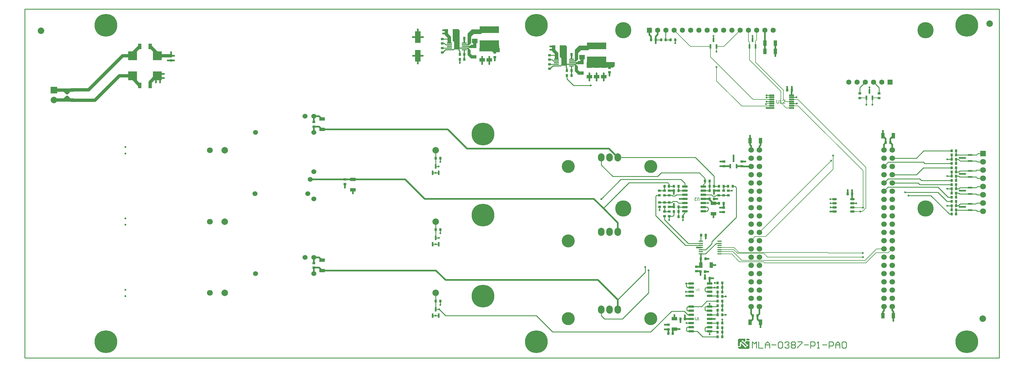
<source format=gtl>
G04 Layer_Physical_Order=1*
G04 Layer_Color=128*
%FSLAX43Y43*%
%MOMM*%
G71*
G01*
G75*
%ADD10R,2.700X2.700*%
%ADD11O,1.400X0.350*%
%ADD12R,6.000X2.000*%
%ADD13R,0.600X1.350*%
%ADD14O,1.450X0.650*%
%ADD15R,1.800X1.340*%
%ADD16R,0.800X0.900*%
G04:AMPARAMS|DCode=17|XSize=0.45mm|YSize=1.6mm|CornerRadius=0.05mm|HoleSize=0mm|Usage=FLASHONLY|Rotation=90.000|XOffset=0mm|YOffset=0mm|HoleType=Round|Shape=RoundedRectangle|*
%AMROUNDEDRECTD17*
21,1,0.450,1.501,0,0,90.0*
21,1,0.351,1.600,0,0,90.0*
1,1,0.099,0.750,0.175*
1,1,0.099,0.750,-0.175*
1,1,0.099,-0.750,-0.175*
1,1,0.099,-0.750,0.175*
%
%ADD17ROUNDEDRECTD17*%
%ADD18R,1.800X3.550*%
%ADD19C,2.000*%
G04:AMPARAMS|DCode=20|XSize=0.65mm|YSize=1.65mm|CornerRadius=0.049mm|HoleSize=0mm|Usage=FLASHONLY|Rotation=270.000|XOffset=0mm|YOffset=0mm|HoleType=Round|Shape=RoundedRectangle|*
%AMROUNDEDRECTD20*
21,1,0.650,1.552,0,0,270.0*
21,1,0.552,1.650,0,0,270.0*
1,1,0.098,-0.776,-0.276*
1,1,0.098,-0.776,0.276*
1,1,0.098,0.776,0.276*
1,1,0.098,0.776,-0.276*
%
%ADD20ROUNDEDRECTD20*%
%ADD21R,1.700X1.000*%
%ADD22R,1.000X1.700*%
G04:AMPARAMS|DCode=23|XSize=0.3mm|YSize=1.55mm|CornerRadius=0.05mm|HoleSize=0mm|Usage=FLASHONLY|Rotation=90.000|XOffset=0mm|YOffset=0mm|HoleType=Round|Shape=RoundedRectangle|*
%AMROUNDEDRECTD23*
21,1,0.300,1.451,0,0,90.0*
21,1,0.201,1.550,0,0,90.0*
1,1,0.099,0.726,0.101*
1,1,0.099,0.726,-0.101*
1,1,0.099,-0.726,-0.101*
1,1,0.099,-0.726,0.101*
%
%ADD23ROUNDEDRECTD23*%
G04:AMPARAMS|DCode=24|XSize=1.73mm|YSize=1.9mm|CornerRadius=0.052mm|HoleSize=0mm|Usage=FLASHONLY|Rotation=0.000|XOffset=0mm|YOffset=0mm|HoleType=Round|Shape=RoundedRectangle|*
%AMROUNDEDRECTD24*
21,1,1.730,1.796,0,0,0.0*
21,1,1.626,1.900,0,0,0.0*
1,1,0.104,0.813,-0.898*
1,1,0.104,-0.813,-0.898*
1,1,0.104,-0.813,0.898*
1,1,0.104,0.813,0.898*
%
%ADD24ROUNDEDRECTD24*%
%ADD25R,0.900X0.800*%
%ADD26R,1.350X0.600*%
%ADD27C,0.250*%
%ADD28C,0.200*%
%ADD29C,0.150*%
%ADD30C,0.500*%
%ADD31C,1.000*%
%ADD32C,0.300*%
%ADD33C,0.400*%
%ADD34C,0.254*%
%ADD35C,0.178*%
%ADD36C,0.100*%
%ADD37O,2.000X2.500*%
%ADD38C,7.000*%
%ADD39C,1.524*%
%ADD40C,1.800*%
%ADD41C,1.600*%
%ADD42R,1.600X1.600*%
%ADD43C,1.700*%
%ADD44C,4.000*%
%ADD45R,2.000X2.000*%
%ADD46R,1.800X1.800*%
%ADD47C,5.000*%
%ADD48C,0.600*%
G36*
X170250Y89850D02*
X170250Y88750D01*
X170725Y88275D01*
X170725Y87300D01*
X170350Y87300D01*
X169300Y88350D01*
Y90175D01*
X169150Y90325D01*
X166800D01*
Y90675D01*
X169425D01*
X170250Y89850D01*
D02*
G37*
G36*
X221842Y5932D02*
X221843Y5928D01*
X221843Y5928D01*
X221843Y5310D01*
X221842Y5306D01*
X221841Y5306D01*
X221841Y5306D01*
X221435Y4947D01*
X221432Y4946D01*
X221428Y4947D01*
X221428Y4948D01*
X221428Y4948D01*
X221212Y5140D01*
X221212Y5140D01*
X221211Y5140D01*
X221210Y5144D01*
X221210D01*
X221210Y5225D01*
X221179Y5302D01*
X221125Y5367D01*
X221058Y5414D01*
X220975Y5437D01*
X220882Y5437D01*
X220799Y5408D01*
X220729Y5359D01*
X220670Y5279D01*
X220644Y5187D01*
X220675Y5091D01*
X220737Y5011D01*
X220804Y4965D01*
X220889Y4944D01*
X220976Y4944D01*
X220976Y4944D01*
X220979Y4942D01*
X222112Y3940D01*
X222113Y3940D01*
X222113Y3940D01*
X222115Y3936D01*
X222114D01*
X222114Y3847D01*
X222145Y3775D01*
X222200Y3713D01*
X222267Y3666D01*
X222350Y3641D01*
X222443Y3643D01*
X222526Y3667D01*
X222595Y3713D01*
X222657Y3793D01*
X222678Y3889D01*
X222673Y3953D01*
X222640Y4007D01*
X222588Y4061D01*
X222518Y4110D01*
X222435Y4128D01*
X222349Y4128D01*
X222345Y4130D01*
X222345Y4130D01*
X221662Y4742D01*
X221662Y4742D01*
X221660Y4746D01*
X221662Y4750D01*
X221662Y4750D01*
X221663Y4750D01*
X221663Y4750D01*
X222066Y5109D01*
X222066Y5109D01*
X222069Y5110D01*
X222069Y5110D01*
X223118Y5110D01*
X223122Y5109D01*
X223124Y5105D01*
X223124D01*
X223124Y3221D01*
X223124Y3220D01*
X223124Y3220D01*
X223124Y3220D01*
X223111Y3097D01*
X223111Y3096D01*
X223111Y3097D01*
X223111Y3096D01*
X223110Y3095D01*
X223110Y3095D01*
X223055Y2984D01*
X223054Y2982D01*
X223054Y2983D01*
X222978Y2895D01*
X222977Y2895D01*
X222977Y2895D01*
X222977Y2895D01*
X222874Y2818D01*
X222873Y2818D01*
X222873Y2818D01*
X222757Y2770D01*
X222755Y2770D01*
X222755Y2770D01*
X222755Y2770D01*
X222624Y2757D01*
X222623Y2756D01*
X222623Y2756D01*
X222623Y2757D01*
X220016Y2756D01*
X220015Y2757D01*
X220015Y2757D01*
X219994Y2762D01*
X219994Y2762D01*
X219992Y2763D01*
X219992Y2763D01*
X219992Y2763D01*
X219531Y3161D01*
X219530Y3162D01*
X219528Y3166D01*
X219529Y3166D01*
X219528Y3366D01*
X219528D01*
X219530Y3370D01*
X219534Y3372D01*
X219534Y3372D01*
X220057Y3372D01*
X220085Y3384D01*
X220087Y3385D01*
X220087Y3385D01*
X220087Y3385D01*
X220117Y3390D01*
X220187Y3452D01*
X220187Y3452D01*
X220187Y3452D01*
X220187Y3452D01*
X220187Y3452D01*
X220187Y3452D01*
X220187Y3452D01*
X220232Y3486D01*
X220276Y3534D01*
X220276Y3534D01*
X220276Y3534D01*
X220276Y3534D01*
X220332Y3584D01*
X220332Y3584D01*
X220332Y3584D01*
X220380Y3616D01*
X220426Y3657D01*
X220454Y3711D01*
X220472Y3765D01*
X220472Y4034D01*
X220472Y4034D01*
X220472Y4034D01*
X220472Y4034D01*
X220472Y4034D01*
X220472Y4034D01*
X220472Y4034D01*
X220472Y4034D01*
X220472Y4034D01*
X220472Y4034D01*
X220472Y4034D01*
X220472Y4034D01*
X220480Y4142D01*
X220480Y4416D01*
X220480D01*
X220481Y4420D01*
X220486Y4422D01*
X220489Y4420D01*
X220489Y4420D01*
X220489Y4420D01*
X221577Y3460D01*
X221578Y3460D01*
X221578Y3460D01*
X221580Y3456D01*
X221579D01*
X221579Y3380D01*
X221600Y3300D01*
X221654Y3233D01*
X221729Y3186D01*
X221814Y3163D01*
X221897Y3171D01*
X221980Y3189D01*
X222061Y3238D01*
X222104Y3292D01*
X222127Y3346D01*
X222135Y3411D01*
X222112Y3506D01*
X222053Y3589D01*
X221975Y3633D01*
X221897Y3656D01*
X221806Y3656D01*
X221802Y3657D01*
X221802Y3658D01*
X220427Y4874D01*
X220360Y4920D01*
X220299Y4933D01*
X220245Y4920D01*
X220207Y4895D01*
X220169Y4849D01*
X220154Y4772D01*
X220154Y3817D01*
X220152Y3813D01*
X220152Y3813D01*
X220152Y3813D01*
X219960Y3649D01*
X219956Y3648D01*
X219956Y3648D01*
X219534Y3648D01*
Y3648D01*
X219530Y3650D01*
X219528Y3654D01*
X219529Y3654D01*
X219528Y5477D01*
X219529Y5477D01*
X219529Y5477D01*
X219545Y5591D01*
X219545Y5592D01*
X219545Y5592D01*
X219601Y5706D01*
X219601Y5707D01*
X219601Y5707D01*
X219677Y5802D01*
X219678Y5803D01*
X219679Y5803D01*
X219679Y5803D01*
X219782Y5872D01*
X219783Y5872D01*
X219783Y5872D01*
X219898Y5920D01*
X219900Y5920D01*
X219900Y5920D01*
X219900Y5920D01*
X220032Y5933D01*
X220032Y5933D01*
X220032Y5934D01*
X220032Y5933D01*
X221838Y5934D01*
X221842Y5932D01*
D02*
G37*
G36*
X170550Y90500D02*
X169825Y90500D01*
X169500Y90825D01*
X168500Y90825D01*
Y91175D01*
X170025D01*
X170350Y91500D01*
X170550D01*
Y90500D01*
D02*
G37*
G36*
X181600Y90000D02*
X181100Y89500D01*
X178900Y89500D01*
X173000Y89500D01*
Y91200D01*
X181600D01*
X181600Y90000D01*
D02*
G37*
G36*
X222756Y5912D02*
X222872Y5865D01*
X222974Y5796D01*
X223051Y5701D01*
X223106Y5588D01*
X223114Y5517D01*
X223032Y5390D01*
X222608D01*
X222461Y5398D01*
X222171D01*
Y5925D01*
X222624Y5925D01*
X222756Y5912D01*
D02*
G37*
G36*
X220187Y3452D02*
X220187Y3452D01*
X220187Y3452D01*
X220187Y3452D01*
D01*
X220187Y3452D01*
X220187Y3452D01*
D02*
G37*
G36*
X220187Y3452D02*
X220187Y3452D01*
X220187Y3452D01*
X220187Y3452D01*
D02*
G37*
G36*
X220978Y4943D02*
X220976Y4944D01*
Y4944D01*
X220978Y4943D01*
D02*
G37*
G36*
X220980Y4943D02*
X220979Y4942D01*
X220979Y4943D01*
X220978Y4943D01*
X220980Y4943D01*
D02*
G37*
G36*
X140750Y100150D02*
X140400Y99800D01*
X138200D01*
X137375Y98975D01*
Y96975D01*
X136725Y96325D01*
X135325D01*
Y96675D01*
X136175D01*
X136300Y96800D01*
Y99900D01*
X137600Y101200D01*
X140750D01*
X140750Y100150D01*
D02*
G37*
G36*
X137550Y95500D02*
X136825Y95500D01*
X136500Y95825D01*
X135500Y95825D01*
Y96175D01*
X137025D01*
X137350Y96500D01*
X137550D01*
Y95500D01*
D02*
G37*
G36*
X131200Y97000D02*
X130100D01*
Y98700D01*
X131200D01*
Y97000D01*
D02*
G37*
G36*
X133850Y101000D02*
Y96750D01*
X132150D01*
Y97350D01*
X131700Y97800D01*
Y101350D01*
X133500D01*
X133850Y101000D01*
D02*
G37*
G36*
X146000Y95600D02*
X146200Y95400D01*
Y94200D01*
X144100D01*
X143800Y94500D01*
X140000D01*
Y96200D01*
X146000D01*
Y95600D01*
D02*
G37*
G36*
X166850Y96000D02*
Y91750D01*
X165150D01*
Y92350D01*
X164700Y92800D01*
Y96350D01*
X166500D01*
X166850Y96000D01*
D02*
G37*
G36*
X173750Y95150D02*
X173400Y94800D01*
X171200D01*
X170375Y93975D01*
Y91975D01*
X169725Y91325D01*
X168325D01*
Y91675D01*
X169175D01*
X169300Y91800D01*
Y94900D01*
X170600Y96200D01*
X173750D01*
X173750Y95150D01*
D02*
G37*
G36*
X137250Y94850D02*
X137250Y93750D01*
X137725Y93275D01*
X137725Y92300D01*
X137350Y92300D01*
X136300Y93350D01*
Y95175D01*
X136150Y95325D01*
X133800D01*
Y95675D01*
X136425D01*
X137250Y94850D01*
D02*
G37*
G36*
X164200Y92000D02*
X163100D01*
Y93700D01*
X164200D01*
Y92000D01*
D02*
G37*
D10*
X33190Y86890D02*
D03*
X40810D02*
D03*
Y93110D02*
D03*
X33190D02*
D03*
D11*
X208125Y35950D02*
D03*
Y35300D02*
D03*
Y34650D02*
D03*
Y34000D02*
D03*
Y33350D02*
D03*
Y32700D02*
D03*
Y32050D02*
D03*
X213875Y35950D02*
D03*
Y35300D02*
D03*
Y34650D02*
D03*
Y34000D02*
D03*
Y33350D02*
D03*
Y32700D02*
D03*
Y32050D02*
D03*
D12*
X143000Y96850D02*
D03*
Y101150D02*
D03*
X176000Y91850D02*
D03*
Y96150D02*
D03*
D13*
X125550Y57025D02*
D03*
X127450D02*
D03*
X126500Y58975D02*
D03*
X259050Y80125D02*
D03*
X260950D02*
D03*
X260000Y82075D02*
D03*
X211050Y96025D02*
D03*
X212950D02*
D03*
X212000Y97975D02*
D03*
X223050Y96025D02*
D03*
X224950D02*
D03*
X224000Y97975D02*
D03*
X217180Y59095D02*
D03*
X219080D02*
D03*
X218130Y61045D02*
D03*
X125550Y13025D02*
D03*
X127450D02*
D03*
X126500Y14975D02*
D03*
X125550Y35025D02*
D03*
X127450D02*
D03*
X126500Y36975D02*
D03*
D14*
X254725Y45095D02*
D03*
Y46365D02*
D03*
Y47635D02*
D03*
Y48905D02*
D03*
X249275Y45095D02*
D03*
Y46365D02*
D03*
Y47635D02*
D03*
Y48905D02*
D03*
D15*
X138500Y100530D02*
D03*
Y97670D02*
D03*
X171500Y95530D02*
D03*
Y92670D02*
D03*
D16*
X209400Y54500D02*
D03*
X210800D02*
D03*
X215100Y47600D02*
D03*
X213700D02*
D03*
X210800Y24500D02*
D03*
X209400D02*
D03*
X285300Y44300D02*
D03*
X286700D02*
D03*
X285300Y48200D02*
D03*
X286700D02*
D03*
X285300Y49500D02*
D03*
X286700D02*
D03*
X285300Y53400D02*
D03*
X286700D02*
D03*
X285300Y54700D02*
D03*
X286700D02*
D03*
X285300Y58600D02*
D03*
X286700D02*
D03*
X285300Y59900D02*
D03*
X286700D02*
D03*
X285300Y63800D02*
D03*
X286700D02*
D03*
Y62500D02*
D03*
X285300D02*
D03*
X286700Y61200D02*
D03*
X285300D02*
D03*
X286700Y57300D02*
D03*
X285300D02*
D03*
X286700Y56000D02*
D03*
X285300D02*
D03*
X214700Y16100D02*
D03*
X213300D02*
D03*
Y13300D02*
D03*
X214700D02*
D03*
X214700Y21700D02*
D03*
X213300D02*
D03*
Y18900D02*
D03*
X214700D02*
D03*
X214700Y7900D02*
D03*
X213300D02*
D03*
Y10700D02*
D03*
X214700D02*
D03*
X203200Y12000D02*
D03*
X201800D02*
D03*
X208200Y37800D02*
D03*
X209600D02*
D03*
X196900Y52900D02*
D03*
X198300D02*
D03*
X215100D02*
D03*
X213700D02*
D03*
X208000Y26600D02*
D03*
X209400D02*
D03*
X208100Y30500D02*
D03*
X209500D02*
D03*
X210800Y49000D02*
D03*
X212200D02*
D03*
X225530Y12970D02*
D03*
X224130D02*
D03*
X265030Y66370D02*
D03*
X266430D02*
D03*
X254700Y50500D02*
D03*
X253300D02*
D03*
X168300Y93500D02*
D03*
X169700D02*
D03*
X163700Y93800D02*
D03*
X165100D02*
D03*
X135300Y98500D02*
D03*
X136700D02*
D03*
X132100Y98700D02*
D03*
X130700D02*
D03*
X192800Y98000D02*
D03*
X194200D02*
D03*
X236100Y82500D02*
D03*
X234700D02*
D03*
X198100Y7500D02*
D03*
X199500D02*
D03*
X214700Y17500D02*
D03*
X213300D02*
D03*
Y14700D02*
D03*
X214700D02*
D03*
X214700Y23100D02*
D03*
X213300D02*
D03*
Y20300D02*
D03*
X214700D02*
D03*
X214700Y6500D02*
D03*
X213300D02*
D03*
X213300Y9300D02*
D03*
X214700D02*
D03*
X199800Y45100D02*
D03*
X201200D02*
D03*
Y46500D02*
D03*
X199800D02*
D03*
X126500Y17500D02*
D03*
X127900D02*
D03*
X199800Y52900D02*
D03*
X201200D02*
D03*
Y51500D02*
D03*
X199800D02*
D03*
X126500Y39500D02*
D03*
X127900D02*
D03*
X216500Y52900D02*
D03*
X217900D02*
D03*
X212200D02*
D03*
X210800D02*
D03*
Y51500D02*
D03*
X212200D02*
D03*
X126500Y61500D02*
D03*
X127900D02*
D03*
X166900Y87000D02*
D03*
X168300D02*
D03*
Y88500D02*
D03*
X166900D02*
D03*
X133900Y92000D02*
D03*
X135300D02*
D03*
Y93500D02*
D03*
X133900D02*
D03*
X285300Y45600D02*
D03*
X286700D02*
D03*
X285300Y46900D02*
D03*
X286700D02*
D03*
X285300Y50800D02*
D03*
X286700D02*
D03*
X285300Y52100D02*
D03*
X286700D02*
D03*
X195900Y98000D02*
D03*
X197300D02*
D03*
X200200D02*
D03*
X198800D02*
D03*
X202600Y43500D02*
D03*
X201200D02*
D03*
D17*
X236050Y77050D02*
D03*
Y77700D02*
D03*
Y78350D02*
D03*
Y79000D02*
D03*
Y79650D02*
D03*
Y80300D02*
D03*
Y80950D02*
D03*
X229950Y77050D02*
D03*
Y77700D02*
D03*
Y78350D02*
D03*
Y79000D02*
D03*
Y79650D02*
D03*
Y80300D02*
D03*
Y80950D02*
D03*
D18*
X121000Y93125D02*
D03*
Y98875D02*
D03*
D19*
X294900Y12100D02*
D03*
X5000Y100800D02*
D03*
X297000Y103000D02*
D03*
X126500Y64000D02*
D03*
X61500D02*
D03*
X9000Y79500D02*
D03*
X126500Y20000D02*
D03*
X61500D02*
D03*
X126500Y42000D02*
D03*
X61500D02*
D03*
D20*
X203175Y52810D02*
D03*
Y51540D02*
D03*
Y50270D02*
D03*
Y49000D02*
D03*
Y47730D02*
D03*
Y46460D02*
D03*
Y45190D02*
D03*
X208825Y52810D02*
D03*
Y51540D02*
D03*
Y50270D02*
D03*
Y49000D02*
D03*
Y47730D02*
D03*
Y46460D02*
D03*
Y45190D02*
D03*
X210825Y19095D02*
D03*
Y20365D02*
D03*
Y21635D02*
D03*
Y22905D02*
D03*
X205175Y19095D02*
D03*
Y20365D02*
D03*
Y21635D02*
D03*
Y22905D02*
D03*
X210825Y8190D02*
D03*
Y9460D02*
D03*
Y10730D02*
D03*
Y12000D02*
D03*
Y13270D02*
D03*
Y14540D02*
D03*
Y15810D02*
D03*
X205175Y8190D02*
D03*
Y9460D02*
D03*
Y10730D02*
D03*
Y12000D02*
D03*
Y13270D02*
D03*
Y14540D02*
D03*
Y15810D02*
D03*
D21*
X143000Y91800D02*
D03*
Y95000D02*
D03*
X200000Y12100D02*
D03*
Y8900D02*
D03*
X91500Y30100D02*
D03*
Y26900D02*
D03*
X101000Y51800D02*
D03*
Y55000D02*
D03*
X91500Y73600D02*
D03*
Y70400D02*
D03*
X212000Y44400D02*
D03*
Y47600D02*
D03*
X15000Y79400D02*
D03*
Y82600D02*
D03*
X173800Y86700D02*
D03*
Y89900D02*
D03*
X176000Y86700D02*
D03*
Y89900D02*
D03*
X178200Y86700D02*
D03*
Y89900D02*
D03*
X140800Y91800D02*
D03*
Y95000D02*
D03*
X171200Y87800D02*
D03*
Y91000D02*
D03*
X138200Y92800D02*
D03*
Y96000D02*
D03*
D22*
X227800Y97000D02*
D03*
X231000D02*
D03*
X211300Y28600D02*
D03*
X208100D02*
D03*
X223230Y10970D02*
D03*
X226430D02*
D03*
X267330Y68470D02*
D03*
X264130D02*
D03*
Y12970D02*
D03*
X267330D02*
D03*
X226430Y66970D02*
D03*
X223230D02*
D03*
X166000Y95500D02*
D03*
X162800D02*
D03*
X133000Y100500D02*
D03*
X129800D02*
D03*
X35400Y96000D02*
D03*
X38600D02*
D03*
X35400Y84000D02*
D03*
X38600D02*
D03*
X227800Y94500D02*
D03*
X231000D02*
D03*
D23*
X135325Y95000D02*
D03*
Y95500D02*
D03*
Y96000D02*
D03*
Y96500D02*
D03*
X130675Y95000D02*
D03*
Y95500D02*
D03*
Y96000D02*
D03*
Y96500D02*
D03*
Y97000D02*
D03*
X135325D02*
D03*
X168325Y90000D02*
D03*
Y90500D02*
D03*
Y91000D02*
D03*
Y91500D02*
D03*
X163675Y90000D02*
D03*
Y90500D02*
D03*
Y91000D02*
D03*
Y91500D02*
D03*
Y92000D02*
D03*
X168325D02*
D03*
D24*
X133000Y96000D02*
D03*
X166000Y91000D02*
D03*
D25*
X198100Y8800D02*
D03*
Y10200D02*
D03*
X198400Y45100D02*
D03*
Y43700D02*
D03*
Y47900D02*
D03*
Y46500D02*
D03*
X89000Y27800D02*
D03*
Y29200D02*
D03*
X198400Y50100D02*
D03*
Y51500D02*
D03*
X98500Y55000D02*
D03*
Y53600D02*
D03*
X213600Y50100D02*
D03*
Y51500D02*
D03*
X89000Y71300D02*
D03*
Y72700D02*
D03*
X215100Y46300D02*
D03*
Y44900D02*
D03*
X215230Y59070D02*
D03*
Y60470D02*
D03*
X220730Y59070D02*
D03*
Y60470D02*
D03*
X13000Y81700D02*
D03*
Y80300D02*
D03*
X45000Y93100D02*
D03*
Y91700D02*
D03*
X180000Y89400D02*
D03*
Y88000D02*
D03*
X161500Y90500D02*
D03*
Y89100D02*
D03*
X144700Y92700D02*
D03*
Y94100D02*
D03*
X128500Y94100D02*
D03*
Y95500D02*
D03*
X206700Y26700D02*
D03*
Y28100D02*
D03*
X196900Y45100D02*
D03*
Y43700D02*
D03*
Y47900D02*
D03*
Y46500D02*
D03*
X195300Y51500D02*
D03*
Y50100D02*
D03*
X196900D02*
D03*
Y51500D02*
D03*
X215100Y50100D02*
D03*
Y51500D02*
D03*
X161500Y91900D02*
D03*
Y93300D02*
D03*
X128500Y96900D02*
D03*
Y98300D02*
D03*
X263000Y80100D02*
D03*
Y81500D02*
D03*
X257000Y80100D02*
D03*
Y81500D02*
D03*
X195400Y46500D02*
D03*
Y47900D02*
D03*
X216600Y51500D02*
D03*
Y50100D02*
D03*
D26*
X290975Y45550D02*
D03*
Y47450D02*
D03*
X289025Y46500D02*
D03*
X290975Y50550D02*
D03*
Y52450D02*
D03*
X289025Y51500D02*
D03*
X290975Y55750D02*
D03*
Y57650D02*
D03*
X289025Y56700D02*
D03*
X290975Y60650D02*
D03*
Y62550D02*
D03*
X289025Y61600D02*
D03*
D27*
X168900Y84000D02*
X174200D01*
X166900Y86000D02*
X168900Y84000D01*
X166900Y86000D02*
Y87000D01*
X199100Y14400D02*
X203000D01*
X192700Y8000D02*
X199100Y14400D01*
X162500Y8000D02*
X192700D01*
X157500Y13000D02*
X162500Y8000D01*
X129550Y13000D02*
X157500D01*
X217900Y52900D02*
X218600D01*
X219000Y52500D01*
Y43300D02*
Y52500D01*
X211500Y35800D02*
X219000Y43300D01*
X177450Y13050D02*
Y14900D01*
Y13050D02*
X178500Y12000D01*
X184000D01*
X192000Y20000D01*
Y27000D01*
X182550Y17900D02*
X191000Y26350D01*
Y28000D01*
X194200Y43800D02*
Y49800D01*
Y43800D02*
X203350Y34650D01*
X208125D01*
X204200Y35300D02*
X208125D01*
X196900Y42600D02*
X204200Y35300D01*
X196900Y42600D02*
Y43700D01*
X202000Y55000D02*
X203175Y53825D01*
X183500Y55000D02*
X202000D01*
X177450Y48950D02*
X183500Y55000D01*
X178100Y46100D02*
X186000Y54000D01*
X197900D01*
X198300Y53600D01*
X181000Y55900D02*
X194800D01*
X177450Y59450D02*
X181000Y55900D01*
X194800D02*
X195900Y57000D01*
X207700D01*
X206400Y61800D02*
X212200Y56000D01*
X182550Y61800D02*
X206400D01*
X177450Y59450D02*
Y61800D01*
X272000Y50000D02*
X278900D01*
X284600Y44300D01*
X285300D01*
X271000Y51000D02*
X281100D01*
X283900Y48200D01*
X285300D01*
X284200Y49500D02*
X285300D01*
X281100Y52600D02*
X284200Y49500D01*
X265660Y52600D02*
X281100D01*
X260000Y82075D02*
Y83400D01*
X257000Y81500D02*
Y83270D01*
X258730Y85000D01*
X263000Y81500D02*
Y83270D01*
X261270Y85000D02*
X263000Y83270D01*
X212000Y97975D02*
Y99200D01*
X224000Y97975D02*
Y99200D01*
X200200Y97000D02*
Y98000D01*
X197300D02*
X198800D01*
X197300Y100970D02*
X197330Y101000D01*
X197300Y98000D02*
Y100970D01*
X194200Y98000D02*
X195900D01*
X236050Y78350D02*
X237650D01*
X236050Y80300D02*
X237600D01*
X228350Y80950D02*
X229950D01*
X228300Y79000D02*
X229950D01*
X254725Y47635D02*
X255965D01*
X248035Y46365D02*
X249275D01*
X161500Y90500D02*
X163675D01*
X161500Y93300D02*
X163500D01*
X161500Y91900D02*
X162300D01*
X162700Y91500D01*
X163675D01*
X208125Y37725D02*
X208200Y37800D01*
X208125Y35950D02*
Y37725D01*
X216600Y51500D02*
X217700D01*
X203535Y20365D02*
X205175D01*
X198400Y42500D02*
Y43700D01*
X202600Y42400D02*
Y43500D01*
X194200Y49800D02*
X194500Y50100D01*
X195400Y45500D02*
Y46500D01*
X127575Y14975D02*
X129550Y13000D01*
X203000Y14400D02*
X204130Y13270D01*
X205175D01*
X203730Y10730D02*
X205175D01*
X203600Y22100D02*
Y22900D01*
Y22100D02*
X204065Y21635D01*
X205175D01*
X203605Y22905D02*
X205175D01*
X203600Y22900D02*
X203605Y22905D01*
X212400Y23100D02*
X213300D01*
X214700Y21700D02*
Y23100D01*
Y20300D02*
Y21700D01*
X214700Y10700D02*
Y11800D01*
X213110Y8190D02*
X213200Y8100D01*
X210825Y8190D02*
X213110D01*
X213270Y10730D02*
X213300Y10700D01*
X210825Y10730D02*
X213270D01*
X210825Y13270D02*
X213270D01*
X213010Y15810D02*
X213300Y16100D01*
X210825Y15810D02*
X213010D01*
X210000Y17500D02*
X213300D01*
X213105Y19095D02*
X213300Y18900D01*
X210825Y19095D02*
X213105D01*
X213135Y21635D02*
X213200Y21700D01*
X212300Y21635D02*
X213135D01*
X209635D02*
X210825D01*
X212300D01*
X209400Y21400D02*
X209635Y21635D01*
X209400Y20700D02*
Y21400D01*
Y20700D02*
X209735Y20365D01*
X210825D01*
X213300Y18900D02*
Y20300D01*
X214700Y18900D02*
X215800D01*
X210825Y15810D02*
Y16675D01*
X208700Y6500D02*
X212800D01*
X207010Y8190D02*
X208700Y6500D01*
X205175Y8190D02*
X207010D01*
X203860Y9460D02*
X205175D01*
X203700Y9300D02*
X203860Y9460D01*
X203700Y8400D02*
Y9300D01*
Y8400D02*
X203910Y8190D01*
X205175D01*
X214700Y6500D02*
X214700Y6500D01*
Y7900D01*
X210825Y8190D02*
X210825D01*
Y8190D01*
Y7225D02*
Y8190D01*
X214700Y7900D02*
Y9300D01*
X209610Y8190D02*
X210825D01*
X209400Y8400D02*
X209610Y8190D01*
X209400Y8400D02*
Y9200D01*
X209660Y9460D01*
X210825D01*
X213300Y9300D02*
Y10700D01*
X210825Y10730D02*
X210855Y10700D01*
X214700Y13300D02*
X215800D01*
X214700Y16100D02*
Y17500D01*
Y14700D02*
Y16100D01*
X213300Y13300D02*
Y14700D01*
X213270Y13270D02*
X213300Y13300D01*
X209660Y14540D02*
X210825D01*
X209400Y14800D02*
X209660Y14540D01*
X209400Y14800D02*
Y15600D01*
X209610Y15810D01*
X210825D01*
X208310D02*
X210000Y17500D01*
X205175Y15810D02*
X208310D01*
X204110D02*
X205175D01*
X203800Y15500D02*
X204110Y15810D01*
X203800Y14800D02*
Y15500D01*
Y14800D02*
X204060Y14540D01*
X205175D01*
X208125Y32050D02*
X209550D01*
X211500Y35200D02*
Y35800D01*
X209650Y33350D02*
X211500Y35200D01*
X208125Y33350D02*
X209650D01*
X212800Y35300D02*
X213875D01*
X209550Y32050D02*
X212800Y35300D01*
X212200Y52900D02*
Y56000D01*
X209400Y54500D02*
Y55300D01*
X207700Y57000D02*
X209400Y55300D01*
X198300Y52900D02*
Y53600D01*
X203175Y52810D02*
Y53825D01*
X198400Y50100D02*
X199200D01*
X199400Y49900D01*
X200200D01*
X200570Y50270D01*
X203175D01*
X198400Y47900D02*
X199200D01*
X199500Y48200D01*
X200700D01*
X201170Y47730D01*
X203175D01*
X210400Y45600D02*
Y46100D01*
X209990Y45190D02*
X210400Y45600D01*
X208825Y45190D02*
X209990D01*
X210040Y46460D02*
X210400Y46100D01*
X208825Y46460D02*
X210040D01*
X208825Y47730D02*
X210270D01*
X212900Y50100D02*
X213600D01*
X212600Y49800D02*
X212900Y50100D01*
X211800Y49800D02*
X212600D01*
X211330Y50270D02*
X211800Y49800D01*
X208825Y50270D02*
X211330D01*
X215100Y50100D02*
X216600D01*
X213600D02*
X215100D01*
X215100Y52900D02*
X216500D01*
X215100Y52900D02*
X215100Y52900D01*
X215100Y51500D02*
Y52900D01*
X212200Y52900D02*
X213700D01*
X209400Y53900D02*
Y54500D01*
X208825Y53325D02*
X209400Y53900D01*
X208825Y52810D02*
Y53325D01*
X210800Y52900D02*
Y54500D01*
Y51500D02*
Y52900D01*
X210760Y51540D02*
X210800Y51500D01*
X208825Y51540D02*
X210760D01*
X194500Y50100D02*
X195300D01*
X199800Y44000D02*
Y45100D01*
X199500Y43700D02*
X199800Y44000D01*
X198400Y43700D02*
X199500D01*
X202600Y43500D02*
Y44100D01*
X203175Y44675D01*
Y45190D01*
X201200Y45100D02*
Y46500D01*
Y43500D02*
Y45100D01*
X201200Y43500D02*
X201200Y43500D01*
Y46500D02*
X201240Y46460D01*
X203175D01*
X196900Y45100D02*
X198400D01*
X196900D02*
Y46500D01*
Y47900D02*
X198400D01*
X195400D02*
X196900D01*
X198300Y52900D02*
X199800D01*
X196900Y51500D02*
Y52900D01*
X195300Y51500D02*
X196900D01*
Y50100D02*
X198400D01*
X201200Y51500D02*
Y52900D01*
Y51500D02*
X201240Y51540D01*
X203175D01*
X126500Y58975D02*
Y64000D01*
Y58975D02*
X127425D01*
X126500Y14975D02*
Y20000D01*
Y14975D02*
X127575D01*
X126500Y36975D02*
Y42000D01*
Y36975D02*
X127475D01*
X126475Y13025D02*
X127450D01*
X125550D02*
X126475D01*
X127900Y16300D02*
Y17500D01*
Y38400D02*
Y39500D01*
X126475Y35025D02*
X127450D01*
X125550D02*
X126475D01*
X126475Y57025D02*
X127450D01*
X125550D02*
X126475D01*
X127900Y60400D02*
Y61500D01*
X128500Y98300D02*
X130200D01*
X128500Y95500D02*
X128500Y95500D01*
X130675D01*
X128500Y96900D02*
X129200D01*
X129600Y96500D01*
X130675D01*
X213110Y15810D02*
X213200Y15900D01*
X264460Y51400D02*
X265660Y52600D01*
X267000Y53940D02*
X274960D01*
X275500Y53400D01*
X285300D01*
X264460Y53940D02*
X265720Y55200D01*
X275500D01*
X276000Y54700D01*
X285300D01*
X267000Y56480D02*
X274480D01*
X276600Y58600D01*
X285300D01*
X264460Y59020D02*
X265740Y60300D01*
X276600D01*
X277000Y59900D01*
X285300D01*
X267000Y61560D02*
X274460D01*
X276700Y63800D01*
X285300D01*
X284000Y61200D02*
X285300D01*
Y62500D01*
X284000Y56000D02*
X285300D01*
Y57300D01*
X284000Y52100D02*
X285300D01*
Y50800D02*
Y52100D01*
X284000Y46900D02*
X285300D01*
Y45600D02*
Y46900D01*
X286700Y62500D02*
Y63800D01*
Y62500D02*
X286750Y62550D01*
X290975D01*
X286700Y59900D02*
Y61200D01*
X287387D01*
X287937Y60650D01*
X290975D01*
X286700Y57300D02*
Y58600D01*
Y57300D02*
X287500D01*
X287850Y57650D01*
X290975D01*
X286700Y54700D02*
Y56000D01*
X287500D01*
X287750Y55750D01*
X290975D01*
X286700Y52100D02*
Y53400D01*
Y52100D02*
X287500D01*
X287850Y52450D01*
X290975D01*
X286700Y49500D02*
Y50800D01*
X287500D01*
X287750Y50550D01*
X290975D01*
X286700Y46900D02*
Y48200D01*
Y46900D02*
X287387D01*
X287937Y47450D01*
X290975D01*
X286700Y44300D02*
Y45600D01*
X286750Y45550D01*
X290975D01*
X292850D01*
X293180Y45220D01*
X295000D01*
X290975Y47450D02*
X292750D01*
X293060Y47760D01*
X295000D01*
X290975Y50550D02*
X292850D01*
X293100Y50300D01*
X295000D01*
X290975Y52450D02*
X292850D01*
X293240Y52840D01*
X295000D01*
X290975Y55750D02*
X292850D01*
X293220Y55380D01*
X295000D01*
X290975Y57650D02*
X292750D01*
X293020Y57920D01*
X295000D01*
X290975Y60650D02*
X292950D01*
X293140Y60460D01*
X295000D01*
X290975Y62550D02*
X292950D01*
X293400Y63000D01*
X295000D01*
D28*
X212950Y94350D02*
Y96025D01*
Y85350D02*
Y89650D01*
X211050Y92750D02*
X224150Y79650D01*
X229950D01*
X212950Y85350D02*
X220700Y77600D01*
X228500D01*
X228600Y77700D01*
X229950D01*
X224950Y91050D02*
Y97650D01*
Y91050D02*
X233500Y82500D01*
X223050Y91850D02*
Y97250D01*
Y91850D02*
X232700Y82200D01*
X233500Y79700D02*
Y82500D01*
X232700Y78700D02*
Y82200D01*
X211050Y92750D02*
Y96025D01*
X232700Y78700D02*
X234350Y77050D01*
X224950Y97650D02*
X225270Y97970D01*
Y101000D01*
X222730Y97570D02*
X223050Y97250D01*
X222730Y97570D02*
Y101000D01*
X212950Y96025D02*
X215215D01*
X220190Y101000D01*
X204845Y96025D02*
X211050D01*
X199870Y101000D02*
X204845Y96025D01*
X234200Y79000D02*
X236050D01*
X233500Y79700D02*
X234200Y79000D01*
X234350Y77050D02*
X236050D01*
D29*
X228350Y78350D02*
X229950D01*
X228200Y78200D02*
X228350Y78350D01*
X228400Y80300D02*
X229950D01*
X228300Y80200D02*
X228400Y80300D01*
X262975Y80125D02*
X263000Y80100D01*
X260950Y80125D02*
X262975D01*
X257000Y80100D02*
X257025Y80125D01*
X259050D01*
X224800Y37400D02*
X228100D01*
X223560Y36160D02*
X224800Y37400D01*
X228100D02*
X248800Y58100D01*
X226100Y38700D02*
X248200Y60800D01*
X248800Y58100D02*
Y62400D01*
X259100Y78000D02*
Y80075D01*
X259050Y80125D02*
X259100Y80075D01*
X260900Y78000D02*
Y80075D01*
X260950Y80125D01*
X257100Y80100D02*
X257125Y80125D01*
X262875D02*
X262900Y80100D01*
X229869Y80381D02*
X229950Y80300D01*
X227500Y32200D02*
X228620Y31080D01*
X258020D01*
X262220Y33620D02*
X264460D01*
X258605Y30005D02*
X262220Y33620D01*
X220695Y30005D02*
X258605D01*
X218000Y32700D02*
X220695Y30005D01*
X213875Y32700D02*
X218000D01*
X219400Y32200D02*
X227500D01*
X218250Y33350D02*
X219400Y32200D01*
X213875Y33350D02*
X218250D01*
X258900Y46200D02*
Y58700D01*
X237950Y79650D02*
X258900Y58700D01*
X236050Y79650D02*
X237950D01*
X258020Y46320D02*
Y57680D01*
X238000Y77700D02*
X258020Y57680D01*
X236050Y77700D02*
X238000D01*
X248035Y47635D02*
X249275D01*
X247995Y48905D02*
X249275D01*
X257195Y45095D02*
X257795D01*
X258900Y46200D01*
X254725Y45095D02*
X257195D01*
X254725Y46365D02*
X254770Y46320D01*
X258020D01*
X247300Y32300D02*
X258000D01*
X247100Y32500D02*
X247300Y32300D01*
X219800Y32500D02*
X247100D01*
X262000Y32400D02*
X265780D01*
X258900Y29300D02*
X262000Y32400D01*
X227700Y29300D02*
X258900D01*
X265780Y32400D02*
X267000Y33620D01*
X227385Y29615D02*
X227700Y29300D01*
X219985Y29615D02*
X227385D01*
X217550Y32050D02*
X219985Y29615D01*
X213875Y32050D02*
X217550D01*
X218300Y34000D02*
X219800Y32500D01*
X213875Y34000D02*
X218300D01*
X207575Y48525D02*
Y49192D01*
X207442Y49325D01*
X207175D01*
X207042Y49192D01*
Y48525D01*
X206242Y49325D02*
X206775D01*
X206242Y48792D01*
Y48659D01*
X206375Y48525D01*
X206642D01*
X206775Y48659D01*
X206425Y12475D02*
Y11808D01*
X206558Y11675D01*
X206825D01*
X206958Y11808D01*
Y12475D01*
X207225Y11675D02*
X207491D01*
X207358D01*
Y12475D01*
X207225Y12341D01*
D30*
X182550Y14900D02*
Y17900D01*
X178100Y46100D02*
X182550Y41650D01*
X175200Y49000D02*
X178100Y46100D01*
X182550Y38800D02*
Y41650D01*
X179850Y64500D02*
X182550Y61800D01*
X136100Y64500D02*
X179850D01*
X130200Y70400D02*
X136100Y64500D01*
X194200Y97000D02*
Y98000D01*
X231000Y93000D02*
Y94500D01*
Y97000D01*
X227810Y94510D02*
Y101000D01*
X227800Y94500D02*
X227810Y94510D01*
X192800Y98000D02*
Y99000D01*
X192250Y99550D02*
X192800Y99000D01*
X192250Y99550D02*
Y101000D01*
X194200Y98000D02*
Y99000D01*
X194790Y99590D01*
Y101000D01*
X267330Y11430D02*
Y12970D01*
X226430Y9430D02*
Y10970D01*
X264130Y68470D02*
Y69970D01*
X228350Y77050D02*
X229950D01*
X234700Y82500D02*
Y83500D01*
X236100Y82500D02*
Y83500D01*
X236050Y82450D02*
X236100Y82500D01*
X236050Y80950D02*
Y82450D01*
X223230Y66970D02*
Y68430D01*
X248005Y45095D02*
X249275D01*
X253300Y50500D02*
Y51700D01*
X254700Y50500D02*
Y51700D01*
Y48930D02*
X254725Y48905D01*
X254700Y48930D02*
Y50500D01*
X266430Y66370D02*
Y67570D01*
X267330Y68470D01*
X265030Y66370D02*
Y67570D01*
X264130Y68470D02*
X265030Y67570D01*
X264460Y65800D02*
X265030Y66370D01*
X264460Y64100D02*
Y65800D01*
X266430Y66370D02*
X267000Y65800D01*
Y64100D02*
Y65800D01*
X267330Y12970D02*
Y14270D01*
X267000Y14600D02*
X267330Y14270D01*
X267000Y14600D02*
Y15840D01*
X264130Y12970D02*
Y14230D01*
X264460Y14560D01*
Y15840D01*
X225530Y11870D02*
Y12970D01*
Y11870D02*
X226430Y10970D01*
X224130Y11870D02*
Y12970D01*
X223230Y10970D02*
X224130Y11870D01*
X223560Y13540D02*
X224130Y12970D01*
X223560Y13540D02*
Y15840D01*
X225530Y12970D02*
X226100Y13540D01*
Y15840D01*
X226430Y65530D02*
Y66970D01*
X226100Y65200D02*
X226430Y65530D01*
X226100Y64100D02*
Y65200D01*
X223230Y65670D02*
Y66970D01*
Y65670D02*
X223560Y65340D01*
Y64100D02*
Y65340D01*
X220730Y60470D02*
X221830D01*
X218130Y61045D02*
Y62370D01*
X214130Y60470D02*
X215230D01*
X214130Y59070D02*
X215230D01*
X215255Y59095D01*
X217180D01*
X219080D02*
X219105Y59070D01*
X220730D01*
X220780Y59020D01*
X223560D01*
X161800Y96000D02*
X162300D01*
X162800Y95500D01*
X161800Y95000D02*
X162300D01*
X162800Y95500D01*
X128800Y101000D02*
X129300D01*
X129800Y100500D01*
X128800Y100000D02*
X129300D01*
X129800Y100500D01*
X121000Y98875D02*
Y101200D01*
Y98875D02*
X122575D01*
X119425D02*
X121000D01*
Y90700D02*
Y93125D01*
X122475D01*
X119525D02*
X121000D01*
X144700Y91700D02*
Y92700D01*
X140800Y90600D02*
Y92800D01*
X143000Y90600D02*
Y92800D01*
X180000Y87000D02*
Y88000D01*
X178200Y85500D02*
Y87700D01*
X173800Y85500D02*
Y87700D01*
X176000Y85500D02*
Y87700D01*
X209600Y36800D02*
Y37800D01*
X176450Y24000D02*
X182550Y17900D01*
X203605Y19095D02*
X205175D01*
X203200Y12000D02*
Y13100D01*
X200000Y8900D02*
X201600D01*
X199500Y8400D02*
X200000Y8900D01*
X199500Y7500D02*
Y8400D01*
X198100Y7500D02*
Y8800D01*
X197000D02*
X198100D01*
X197000Y10200D02*
X198100D01*
X200000Y12100D02*
Y13200D01*
X201800Y11000D02*
Y12000D01*
X210825D02*
X212400D01*
X203200D02*
X205175D01*
X206900Y34000D02*
X208125D01*
X209400Y24500D02*
Y25500D01*
X210800Y24500D02*
X211900D01*
X210825Y22905D02*
Y24475D01*
X210800Y24500D02*
X210825Y24475D01*
X209400Y26600D02*
X210400D01*
X211300Y28600D02*
X212600D01*
X209500Y30500D02*
X210500D01*
X208000Y25500D02*
Y26600D01*
X207900Y26700D02*
X208000Y26600D01*
X206700Y26700D02*
X207900D01*
X207600Y28100D02*
X208100Y28600D01*
X206700Y28100D02*
X207600D01*
X208100Y28600D02*
X208100Y28600D01*
X208100Y28600D02*
Y30500D01*
X198400Y46500D02*
X199800D01*
Y47500D01*
X201600Y49000D02*
X203175D01*
X210800Y48700D02*
Y49000D01*
Y48700D02*
X211900Y47600D01*
X212000D01*
Y43300D02*
Y44400D01*
X214000Y44900D02*
X215100D01*
X214000Y46300D02*
X215100D01*
X215100Y46300D01*
Y47600D01*
X212000D02*
X213700D01*
X208825Y49000D02*
X210800D01*
X212200D02*
X213200D01*
X212200Y51500D02*
X212200Y51500D01*
X213600D01*
X212200Y50500D02*
Y51500D01*
X198400Y51500D02*
X198400Y51500D01*
X199800D01*
Y50500D02*
Y51500D01*
X101000Y50700D02*
Y51800D01*
X98500Y52500D02*
Y53600D01*
X89000Y31000D02*
X90600D01*
X91500Y30100D01*
X89000Y29200D02*
Y31000D01*
X129500Y24000D02*
X176450D01*
X126600Y26900D02*
X129500Y24000D01*
X91500Y26900D02*
X126600D01*
X89000Y27800D02*
X90600D01*
X91500Y26900D01*
X89000Y26000D02*
Y27800D01*
X87880Y54970D02*
X100970D01*
X123100Y49000D02*
X175200D01*
X117100Y55000D02*
X123100Y49000D01*
X101000Y55000D02*
X117100D01*
X100970Y54970D02*
X101000Y55000D01*
X91500Y70400D02*
X130200D01*
X89000Y74500D02*
X90600D01*
X91500Y73600D01*
X89000Y71300D02*
X90600D01*
X91500Y70400D01*
X89000Y69500D02*
Y71300D01*
Y72700D02*
Y74500D01*
X45000Y93100D02*
X46000D01*
X44990Y93110D02*
Y94190D01*
X44000Y91700D02*
X46000D01*
X40820Y86880D02*
X41430Y87490D01*
X42810D01*
X41610Y86090D02*
X41810Y86290D01*
X42810D01*
X40410Y86470D02*
X40610Y86670D01*
X40410Y84890D02*
Y86470D01*
X40820Y86880D02*
X41610Y86090D01*
Y84890D02*
Y86090D01*
X135325Y97100D02*
Y98475D01*
X168325Y92100D02*
Y93475D01*
X287800Y61600D02*
X289025D01*
X287800Y56700D02*
X289025D01*
X287800Y51500D02*
X289025D01*
X287800Y46500D02*
X289025D01*
D31*
X138500Y96300D02*
Y97670D01*
X138200Y96000D02*
X138500Y96300D01*
X171500Y91300D02*
Y92670D01*
X171200Y91000D02*
X171500Y91300D01*
X44990Y93110D02*
X45000Y93100D01*
X40810Y93110D02*
X44990D01*
X40490Y86890D02*
X40810D01*
X38600Y85000D02*
X40490Y86890D01*
X38600Y84000D02*
Y85000D01*
X40810Y93110D02*
Y93790D01*
X38600Y96000D02*
X40810Y93790D01*
X33190Y93110D02*
Y93790D01*
X35400Y96000D01*
X33190Y86210D02*
Y86890D01*
Y86210D02*
X35400Y84000D01*
X30110Y93110D02*
X33190D01*
X19600Y82600D02*
X30110Y93110D01*
X15000Y82600D02*
X19600D01*
X29090Y86890D02*
X33190D01*
X21600Y79400D02*
X29090Y86890D01*
X15000Y79400D02*
X21600D01*
X12200Y79500D02*
X13800D01*
X14900D01*
X13000Y80300D02*
X13800Y79500D01*
X9000D02*
X12200D01*
X13000Y80300D01*
X13700Y82500D02*
X14900D01*
X12200D02*
X13700D01*
Y82400D02*
Y82500D01*
X13000Y81700D02*
X13700Y82400D01*
X9000Y82500D02*
X12200D01*
X13000Y81700D01*
X14900Y79500D02*
X15000Y79400D01*
X14900Y82500D02*
X15000Y82600D01*
X129800Y99700D02*
X130700Y98800D01*
X162800Y94700D02*
X163700Y93800D01*
D32*
X168325Y87025D02*
Y90000D01*
X168300Y87000D02*
X168325Y87025D01*
X165000Y90000D02*
X166000Y91000D01*
X166700Y90300D01*
Y89500D02*
Y90300D01*
Y89500D02*
X166900Y89300D01*
Y88500D02*
Y89300D01*
X163675Y90000D02*
X165000D01*
X162600D02*
X163675D01*
X161700Y89100D02*
X162600Y90000D01*
X161500Y89100D02*
X161700D01*
X133900Y90900D02*
Y92000D01*
X132000Y95000D02*
X133000Y96000D01*
X133700Y95300D01*
Y94700D02*
Y95300D01*
Y94700D02*
X133900Y94500D01*
Y93500D02*
Y94500D01*
X135300Y92000D02*
Y93500D01*
X135325Y93525D01*
Y95000D01*
X128500Y94100D02*
X128700D01*
X129600Y95000D01*
X130675D01*
X132000D01*
D33*
X208100Y30500D02*
X208125Y30525D01*
Y32050D01*
D34*
X223900Y3000D02*
Y4999D01*
X224566Y4333D01*
X225233Y4999D01*
Y3000D01*
X225899Y4999D02*
Y3000D01*
X227232D01*
X227899D02*
Y4333D01*
X228565Y4999D01*
X229232Y4333D01*
Y3000D01*
Y4000D01*
X227899D01*
X229898D02*
X231231D01*
X231897Y4666D02*
X232231Y4999D01*
X232897D01*
X233230Y4666D01*
Y3333D01*
X232897Y3000D01*
X232231D01*
X231897Y3333D01*
Y4666D01*
X233897D02*
X234230Y4999D01*
X234896D01*
X235230Y4666D01*
Y4333D01*
X234896Y4000D01*
X234563D01*
X234896D01*
X235230Y3666D01*
Y3333D01*
X234896Y3000D01*
X234230D01*
X233897Y3333D01*
X235896Y4666D02*
X236229Y4999D01*
X236896D01*
X237229Y4666D01*
Y4333D01*
X236896Y4000D01*
X237229Y3666D01*
Y3333D01*
X236896Y3000D01*
X236229D01*
X235896Y3333D01*
Y3666D01*
X236229Y4000D01*
X235896Y4333D01*
Y4666D01*
X236229Y4000D02*
X236896D01*
X237895Y4999D02*
X239228D01*
Y4666D01*
X237895Y3333D01*
Y3000D01*
X239895Y4000D02*
X241228D01*
X241894Y3000D02*
Y4999D01*
X242894D01*
X243227Y4666D01*
Y4000D01*
X242894Y3666D01*
X241894D01*
X243894Y3000D02*
X244560D01*
X244227D01*
Y4999D01*
X243894Y4666D01*
X245560Y4000D02*
X246893D01*
X247559Y3000D02*
Y4999D01*
X248559D01*
X248892Y4666D01*
Y4000D01*
X248559Y3666D01*
X247559D01*
X249558Y3000D02*
Y4333D01*
X250225Y4999D01*
X250891Y4333D01*
Y3000D01*
Y4000D01*
X249558D01*
X251558Y4666D02*
X251891Y4999D01*
X252557D01*
X252891Y4666D01*
Y3333D01*
X252557Y3000D01*
X251891D01*
X251558Y3333D01*
Y4666D01*
X0Y0D02*
Y107500D01*
X300000D01*
Y0D02*
Y107500D01*
X0Y0D02*
X300000D01*
D35*
X231476Y79508D02*
Y78661D01*
X231645Y78492D01*
X231984D01*
X232153Y78661D01*
Y79508D01*
X232492Y78492D02*
X232830D01*
X232661D01*
Y79508D01*
X232492Y79338D01*
X234015Y78492D02*
X233338D01*
X234015Y79169D01*
Y79338D01*
X233846Y79508D01*
X233507D01*
X233338Y79338D01*
D36*
X206603Y21346D02*
Y20846D01*
X206703Y20746D01*
X206903D01*
X207003Y20846D01*
Y21346D01*
X207203Y21246D02*
X207303Y21346D01*
X207503D01*
X207603Y21246D01*
Y21146D01*
X207503Y21046D01*
X207403D01*
X207503D01*
X207603Y20946D01*
Y20846D01*
X207503Y20746D01*
X207303D01*
X207203Y20846D01*
D37*
X182550Y61800D02*
D03*
X180000D02*
D03*
X177450D02*
D03*
X182550Y14900D02*
D03*
X180000D02*
D03*
X177450D02*
D03*
X182550Y38800D02*
D03*
X180000D02*
D03*
X177450D02*
D03*
D38*
X141000Y44000D02*
D03*
Y69000D02*
D03*
X157500Y5000D02*
D03*
X141000Y19000D02*
D03*
X290000Y5000D02*
D03*
Y102500D02*
D03*
X25000Y5000D02*
D03*
Y102500D02*
D03*
X157500D02*
D03*
D39*
X86250Y74500D02*
D03*
X89000Y69500D02*
D03*
Y74500D02*
D03*
X71000Y69500D02*
D03*
X70890Y50570D02*
D03*
X89000Y57380D02*
D03*
X87120Y50570D02*
D03*
X87880Y54970D02*
D03*
X89000Y49000D02*
D03*
X71000Y26000D02*
D03*
X89000Y31000D02*
D03*
Y26000D02*
D03*
X86250Y31000D02*
D03*
D40*
X57000Y64000D02*
D03*
X295000Y60460D02*
D03*
Y57920D02*
D03*
Y55380D02*
D03*
Y52840D02*
D03*
Y50300D02*
D03*
Y47760D02*
D03*
Y45220D02*
D03*
X57000Y20000D02*
D03*
Y42000D02*
D03*
D41*
X256190Y85000D02*
D03*
X261270D02*
D03*
X263810D02*
D03*
X258730D02*
D03*
X253650D02*
D03*
X230350Y101000D02*
D03*
X225270D02*
D03*
X220190D02*
D03*
X217650D02*
D03*
X212570D02*
D03*
X207490D02*
D03*
X202410D02*
D03*
X197330D02*
D03*
X194790D02*
D03*
X199870D02*
D03*
X204950D02*
D03*
X210030D02*
D03*
X215110D02*
D03*
X222730D02*
D03*
X227810D02*
D03*
D42*
X266350Y85000D02*
D03*
X192250Y101000D02*
D03*
D43*
X264460Y64100D02*
D03*
Y61560D02*
D03*
Y59020D02*
D03*
Y56480D02*
D03*
Y53940D02*
D03*
Y51400D02*
D03*
Y48860D02*
D03*
Y46320D02*
D03*
Y43780D02*
D03*
Y41240D02*
D03*
Y38700D02*
D03*
Y36160D02*
D03*
Y33620D02*
D03*
Y31080D02*
D03*
Y28540D02*
D03*
Y26000D02*
D03*
Y23460D02*
D03*
Y20920D02*
D03*
Y18380D02*
D03*
Y15840D02*
D03*
X267000Y64100D02*
D03*
Y61560D02*
D03*
Y59020D02*
D03*
Y56480D02*
D03*
Y53940D02*
D03*
Y51400D02*
D03*
Y48860D02*
D03*
Y46320D02*
D03*
Y43780D02*
D03*
Y41240D02*
D03*
Y38700D02*
D03*
Y36160D02*
D03*
Y33620D02*
D03*
Y31080D02*
D03*
Y28540D02*
D03*
Y26000D02*
D03*
Y23460D02*
D03*
Y20920D02*
D03*
Y18380D02*
D03*
Y15840D02*
D03*
X226100D02*
D03*
Y18380D02*
D03*
Y20920D02*
D03*
Y23460D02*
D03*
Y26000D02*
D03*
Y28540D02*
D03*
Y31080D02*
D03*
Y33620D02*
D03*
Y36160D02*
D03*
Y38700D02*
D03*
Y41240D02*
D03*
Y43780D02*
D03*
Y46320D02*
D03*
Y48860D02*
D03*
Y51400D02*
D03*
Y53940D02*
D03*
Y56480D02*
D03*
Y59020D02*
D03*
Y61560D02*
D03*
Y64100D02*
D03*
X223560Y15840D02*
D03*
Y18380D02*
D03*
Y20920D02*
D03*
Y23460D02*
D03*
Y26000D02*
D03*
Y28540D02*
D03*
Y31080D02*
D03*
Y33620D02*
D03*
Y36160D02*
D03*
Y38700D02*
D03*
Y41240D02*
D03*
Y43780D02*
D03*
Y46320D02*
D03*
Y48860D02*
D03*
Y51400D02*
D03*
Y53940D02*
D03*
Y56480D02*
D03*
Y59020D02*
D03*
Y61560D02*
D03*
Y64100D02*
D03*
D44*
X192700Y12100D02*
D03*
X167300D02*
D03*
X192700Y59000D02*
D03*
X167300D02*
D03*
X192700Y36000D02*
D03*
X167300D02*
D03*
D45*
X9000Y82500D02*
D03*
D46*
X295000Y63000D02*
D03*
D47*
X277270Y46000D02*
D03*
X184250Y101000D02*
D03*
X277250D02*
D03*
X184250Y46000D02*
D03*
D48*
X132500Y96500D02*
D03*
X133500D02*
D03*
X132500Y95500D02*
D03*
X133500D02*
D03*
X165500Y91500D02*
D03*
X166500D02*
D03*
X165500Y90500D02*
D03*
X166500D02*
D03*
X174200Y84000D02*
D03*
X212950Y94350D02*
D03*
Y89650D02*
D03*
X228200Y78200D02*
D03*
X228300Y80200D02*
D03*
X192000Y27000D02*
D03*
X191000Y28000D02*
D03*
X177450Y48950D02*
D03*
X272000Y50000D02*
D03*
X260000Y83400D02*
D03*
X212000Y99200D02*
D03*
X224000D02*
D03*
X194200Y97000D02*
D03*
X231000Y93000D02*
D03*
X200200Y97000D02*
D03*
X267330Y11430D02*
D03*
X226430Y9430D02*
D03*
X264130Y69970D02*
D03*
X237650Y78350D02*
D03*
X237600Y80300D02*
D03*
X228350Y80950D02*
D03*
X228300Y79000D02*
D03*
X228350Y77050D02*
D03*
X234700Y83500D02*
D03*
X236100Y83500D02*
D03*
X223230Y68430D02*
D03*
X255965Y47635D02*
D03*
X248035Y46365D02*
D03*
X248005Y45095D02*
D03*
X253300Y51700D02*
D03*
X254700D02*
D03*
X221830Y60470D02*
D03*
X218130Y62370D02*
D03*
X214130Y60470D02*
D03*
X214130Y59070D02*
D03*
X31000Y19000D02*
D03*
Y21000D02*
D03*
Y41000D02*
D03*
Y43000D02*
D03*
Y63000D02*
D03*
Y65000D02*
D03*
X161800Y96000D02*
D03*
Y95000D02*
D03*
X128800Y101000D02*
D03*
Y100000D02*
D03*
X121000Y101200D02*
D03*
X122575Y98875D02*
D03*
X119425D02*
D03*
X121000Y90700D02*
D03*
X122475Y93125D02*
D03*
X119525D02*
D03*
X144700Y91700D02*
D03*
X140800Y90600D02*
D03*
Y92800D02*
D03*
X143000Y90600D02*
D03*
Y92800D02*
D03*
X180000Y87000D02*
D03*
X178200Y85500D02*
D03*
Y87700D02*
D03*
X173800Y85500D02*
D03*
Y87700D02*
D03*
X176000Y85500D02*
D03*
Y87700D02*
D03*
X209600Y36800D02*
D03*
X217700Y51500D02*
D03*
X203605Y19095D02*
D03*
X203535Y20365D02*
D03*
X198400Y42500D02*
D03*
X202600Y42400D02*
D03*
X195400Y45500D02*
D03*
X203730Y10730D02*
D03*
X203200Y13100D02*
D03*
X201600Y8900D02*
D03*
X197000Y8800D02*
D03*
X197000Y10200D02*
D03*
X200000Y13200D02*
D03*
X201800Y11000D02*
D03*
X203600Y22900D02*
D03*
X212400Y23100D02*
D03*
X214700Y11800D02*
D03*
X212300Y21635D02*
D03*
X215800Y18900D02*
D03*
X210825Y16675D02*
D03*
Y7225D02*
D03*
X215800Y13300D02*
D03*
X212400Y12000D02*
D03*
X206900Y34000D02*
D03*
X209400Y25500D02*
D03*
X211900Y24500D02*
D03*
X210400Y26600D02*
D03*
X212600Y28600D02*
D03*
X210500Y30500D02*
D03*
X208000Y25500D02*
D03*
X199800Y47500D02*
D03*
X201600Y49000D02*
D03*
X210270Y47730D02*
D03*
X212000Y43300D02*
D03*
X214000Y44900D02*
D03*
X214000Y46300D02*
D03*
X213200Y49000D02*
D03*
X212200Y50500D02*
D03*
X199800Y50500D02*
D03*
X127425Y58975D02*
D03*
X127575Y14975D02*
D03*
X127475Y36975D02*
D03*
X101000Y50700D02*
D03*
X98500Y52500D02*
D03*
X126475Y13025D02*
D03*
X127900Y16300D02*
D03*
Y38400D02*
D03*
X126475Y35025D02*
D03*
X126475Y57025D02*
D03*
X127900Y60400D02*
D03*
X46000Y93100D02*
D03*
X44990Y94190D02*
D03*
X46000Y91700D02*
D03*
X44000D02*
D03*
X42810Y87490D02*
D03*
X41610Y84890D02*
D03*
X40410D02*
D03*
X42810Y86290D02*
D03*
X260900Y78000D02*
D03*
X248200Y60800D02*
D03*
X248800Y62400D02*
D03*
X259100Y78000D02*
D03*
X181200Y90300D02*
D03*
X179600D02*
D03*
X180400D02*
D03*
X145900Y94900D02*
D03*
X145100D02*
D03*
X144300D02*
D03*
X133900Y90900D02*
D03*
X258020Y31080D02*
D03*
X248035Y47635D02*
D03*
X247995Y48905D02*
D03*
X257195Y45095D02*
D03*
X258020Y46320D02*
D03*
X258000Y32300D02*
D03*
X271000Y51000D02*
D03*
X284000Y61200D02*
D03*
Y56000D02*
D03*
Y52100D02*
D03*
Y46900D02*
D03*
X287800Y61600D02*
D03*
Y56700D02*
D03*
Y51500D02*
D03*
Y46500D02*
D03*
M02*

</source>
